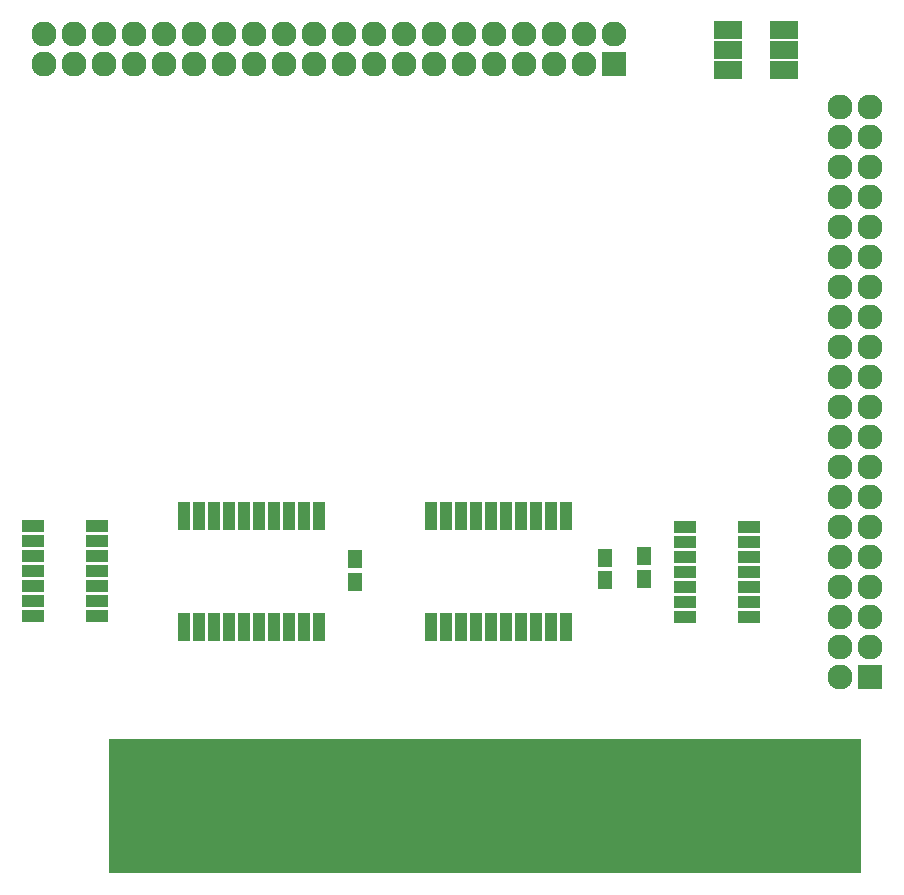
<source format=gbr>
G04 #@! TF.FileFunction,Soldermask,Top*
%FSLAX46Y46*%
G04 Gerber Fmt 4.6, Leading zero omitted, Abs format (unit mm)*
G04 Created by KiCad (PCBNEW 4.0.7) date 05/03/18 12:04:11*
%MOMM*%
%LPD*%
G01*
G04 APERTURE LIST*
%ADD10C,0.100000*%
%ADD11R,2.127200X2.127200*%
%ADD12O,2.127200X2.127200*%
%ADD13R,2.824000X11.460000*%
%ADD14R,2.400000X1.500000*%
%ADD15R,1.150000X1.600000*%
%ADD16R,1.900000X1.000000*%
%ADD17R,1.000000X2.350000*%
G04 APERTURE END LIST*
D10*
D11*
X180784000Y-126873000D03*
D12*
X178244000Y-126873000D03*
X180784000Y-124333000D03*
X178244000Y-124333000D03*
X180784000Y-121793000D03*
X178244000Y-121793000D03*
X180784000Y-119253000D03*
X178244000Y-119253000D03*
X180784000Y-116713000D03*
X178244000Y-116713000D03*
X180784000Y-114173000D03*
X178244000Y-114173000D03*
X180784000Y-111633000D03*
X178244000Y-111633000D03*
X180784000Y-109093000D03*
X178244000Y-109093000D03*
X180784000Y-106553000D03*
X178244000Y-106553000D03*
X180784000Y-104013000D03*
X178244000Y-104013000D03*
X180784000Y-101473000D03*
X178244000Y-101473000D03*
X180784000Y-98933000D03*
X178244000Y-98933000D03*
X180784000Y-96393000D03*
X178244000Y-96393000D03*
X180784000Y-93853000D03*
X178244000Y-93853000D03*
X180784000Y-91313000D03*
X178244000Y-91313000D03*
X180784000Y-88773000D03*
X178244000Y-88773000D03*
X180784000Y-86233000D03*
X178244000Y-86233000D03*
X180784000Y-83693000D03*
X178244000Y-83693000D03*
X180784000Y-81153000D03*
X178244000Y-81153000D03*
X180784000Y-78613000D03*
X178244000Y-78613000D03*
D13*
X178689000Y-137795000D03*
X176149000Y-137795000D03*
X173609000Y-137795000D03*
X171069000Y-137795000D03*
X168529000Y-137795000D03*
X165989000Y-137795000D03*
X163449000Y-137795000D03*
X160909000Y-137795000D03*
X158369000Y-137795000D03*
X155829000Y-137795000D03*
X153289000Y-137795000D03*
X150749000Y-137795000D03*
X148209000Y-137795000D03*
X145669000Y-137795000D03*
X143129000Y-137795000D03*
X140589000Y-137795000D03*
X138049000Y-137795000D03*
X135509000Y-137795000D03*
X132969000Y-137795000D03*
X130429000Y-137795000D03*
X127889000Y-137795000D03*
X125349000Y-137795000D03*
X122809000Y-137795000D03*
X120269000Y-137795000D03*
X117729000Y-137795000D03*
D14*
X168732000Y-72087000D03*
X168732000Y-73787000D03*
X168732000Y-75487000D03*
X173532000Y-75487000D03*
X173532000Y-73787000D03*
X173532000Y-72087000D03*
D15*
X161608000Y-118567000D03*
X161608000Y-116667000D03*
X158369000Y-118679000D03*
X158369000Y-116779000D03*
X137185000Y-116906000D03*
X137185000Y-118806000D03*
D16*
X165098000Y-114173000D03*
X165098000Y-115443000D03*
X165098000Y-116713000D03*
X165098000Y-117983000D03*
X165098000Y-119253000D03*
X165098000Y-120523000D03*
X165098000Y-121793000D03*
X170498000Y-121793000D03*
X170498000Y-120523000D03*
X170498000Y-119253000D03*
X170498000Y-117983000D03*
X170498000Y-116713000D03*
X170498000Y-115443000D03*
X170498000Y-114173000D03*
D17*
X134112000Y-113282000D03*
X132842000Y-113282000D03*
X131572000Y-113282000D03*
X130302000Y-113282000D03*
X129032000Y-113282000D03*
X127762000Y-113282000D03*
X126492000Y-113282000D03*
X125222000Y-113282000D03*
X123952000Y-113282000D03*
X122682000Y-113282000D03*
X122682000Y-122682000D03*
X123952000Y-122682000D03*
X125222000Y-122682000D03*
X126492000Y-122682000D03*
X127762000Y-122682000D03*
X129032000Y-122682000D03*
X130302000Y-122682000D03*
X131572000Y-122682000D03*
X132842000Y-122682000D03*
X134112000Y-122682000D03*
X155067000Y-113282000D03*
X153797000Y-113282000D03*
X152527000Y-113282000D03*
X151257000Y-113282000D03*
X149987000Y-113282000D03*
X148717000Y-113282000D03*
X147447000Y-113282000D03*
X146177000Y-113282000D03*
X144907000Y-113282000D03*
X143637000Y-113282000D03*
X143637000Y-122682000D03*
X144907000Y-122682000D03*
X146177000Y-122682000D03*
X147447000Y-122682000D03*
X148717000Y-122682000D03*
X149987000Y-122682000D03*
X151257000Y-122682000D03*
X152527000Y-122682000D03*
X153797000Y-122682000D03*
X155067000Y-122682000D03*
D11*
X159068000Y-74993500D03*
D12*
X159068000Y-72453500D03*
X156528000Y-74993500D03*
X156528000Y-72453500D03*
X153988000Y-74993500D03*
X153988000Y-72453500D03*
X151448000Y-74993500D03*
X151448000Y-72453500D03*
X148908000Y-74993500D03*
X148908000Y-72453500D03*
X146368000Y-74993500D03*
X146368000Y-72453500D03*
X143828000Y-74993500D03*
X143828000Y-72453500D03*
X141288000Y-74993500D03*
X141288000Y-72453500D03*
X138748000Y-74993500D03*
X138748000Y-72453500D03*
X136208000Y-74993500D03*
X136208000Y-72453500D03*
X133668000Y-74993500D03*
X133668000Y-72453500D03*
X131128000Y-74993500D03*
X131128000Y-72453500D03*
X128588000Y-74993500D03*
X128588000Y-72453500D03*
X126048000Y-74993500D03*
X126048000Y-72453500D03*
X123508000Y-74993500D03*
X123508000Y-72453500D03*
X120968000Y-74993500D03*
X120968000Y-72453500D03*
X118428000Y-74993500D03*
X118428000Y-72453500D03*
X115888000Y-74993500D03*
X115888000Y-72453500D03*
X113348000Y-74993500D03*
X113348000Y-72453500D03*
X110808000Y-74993500D03*
X110808000Y-72453500D03*
D16*
X109891000Y-114122000D03*
X109891000Y-115392000D03*
X109891000Y-116662000D03*
X109891000Y-117932000D03*
X109891000Y-119202000D03*
X109891000Y-120472000D03*
X109891000Y-121742000D03*
X115291000Y-121742000D03*
X115291000Y-120472000D03*
X115291000Y-119202000D03*
X115291000Y-117932000D03*
X115291000Y-116662000D03*
X115291000Y-115392000D03*
X115291000Y-114122000D03*
M02*

</source>
